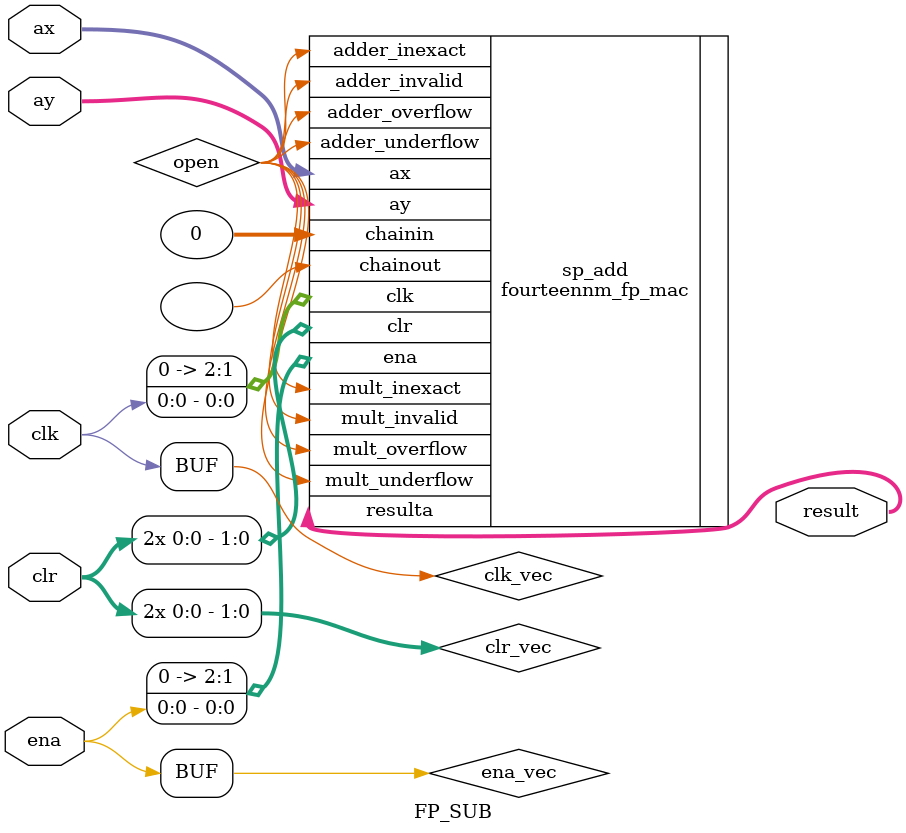
<source format=v>

module FP_SUB (
    input  wire                          clk,
    input  wire                          ena,
    input  wire                          clr,
    input  wire [31:0]                   ax,
    input  wire [31:0]                   ay,
    output wire [31:0]                   result

	);
    wire [1-1:0] clk_vec;
    wire [1-1:0] ena_vec;
    wire [1:0]                   clr_vec;
    assign clk_vec[0] = clk;
    assign ena_vec[0] = ena;
    assign clr_vec[1] = clr;
    assign clr_vec[0] = clr;
fourteennm_fp_mac  #(
    .accumulate_clock("NONE"),
    .ax_clock("0"),
    .ay_clock("0"),
    .az_clock("NONE"),
    .accum_pipeline_clock("NONE"),
    .ax_chainin_pl_clock("NONE"),
    .mult_pipeline_clock("NONE"),
    .accum_2nd_pipeline_clock("NONE"),
    .ax_chainin_2nd_pl_clock("NONE"),
    .mult_2nd_pipeline_clock("NONE"),
    .accum_adder_clock("NONE"),
    .adder_input_clock("0"),
    .output_clock("0"),
    .clear_type("sclr"),
    .use_chainin("false"),
    .operation_mode("sp_add"),
    .adder_subtract("true")
) sp_add (
    .clk({1'b0,1'b0,clk_vec[0]}),
    .ena({1'b0,1'b0,ena_vec[0]}),
    .clr(clr_vec),
    .ax(ax),
    .ay(ay),

    .chainin(32'b0),
    .resulta(result),
    .mult_overflow (open),
    .mult_underflow(open),
    .mult_invalid  (open),
    .mult_inexact  (open),
    .adder_overflow (open),
    .adder_underflow(open),
    .adder_invalid  (open),
    .adder_inexact  (open),
    .chainout()
);
endmodule

</source>
